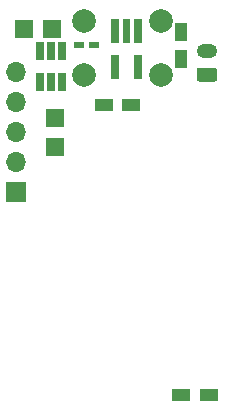
<source format=gbr>
G04 #@! TF.GenerationSoftware,KiCad,Pcbnew,(5.1.9)-1*
G04 #@! TF.CreationDate,2021-03-01T14:20:39+01:00*
G04 #@! TF.ProjectId,button_timer_v1.2.1_lipo,62757474-6f6e-45f7-9469-6d65725f7631,rev?*
G04 #@! TF.SameCoordinates,Original*
G04 #@! TF.FileFunction,Soldermask,Bot*
G04 #@! TF.FilePolarity,Negative*
%FSLAX46Y46*%
G04 Gerber Fmt 4.6, Leading zero omitted, Abs format (unit mm)*
G04 Created by KiCad (PCBNEW (5.1.9)-1) date 2021-03-01 14:20:39*
%MOMM*%
%LPD*%
G01*
G04 APERTURE LIST*
%ADD10R,0.650000X2.000000*%
%ADD11C,0.150000*%
%ADD12R,0.650000X1.500000*%
%ADD13R,1.100000X1.500000*%
%ADD14R,1.500000X1.100000*%
%ADD15R,1.500000X1.500000*%
%ADD16R,0.900000X0.620000*%
%ADD17O,1.700000X1.700000*%
%ADD18R,1.700000X1.700000*%
%ADD19C,2.000000*%
%ADD20O,1.750000X1.200000*%
G04 APERTURE END LIST*
D10*
G04 #@! TO.C,U2*
X125650000Y-65850000D03*
X127550000Y-65850000D03*
X127550000Y-62800000D03*
D11*
G36*
X126275000Y-61800000D02*
G01*
X126925000Y-61800000D01*
X126925000Y-63800000D01*
X126275000Y-63800000D01*
X126275000Y-61800000D01*
G37*
D10*
X125650000Y-62800000D03*
G04 #@! TD*
D12*
G04 #@! TO.C,U3*
X120200000Y-67100000D03*
X119250000Y-67100000D03*
X121150000Y-67100000D03*
X121150000Y-64500000D03*
X120200000Y-64500000D03*
X119250000Y-64500000D03*
G04 #@! TD*
D13*
G04 #@! TO.C,C1*
X131200000Y-65150000D03*
X131200000Y-62850000D03*
G04 #@! TD*
D14*
G04 #@! TO.C,C3*
X127000000Y-69100000D03*
X124700000Y-69100000D03*
G04 #@! TD*
G04 #@! TO.C,C2*
X133534800Y-93599000D03*
X131234800Y-93599000D03*
G04 #@! TD*
D15*
G04 #@! TO.C,R8*
X120500000Y-70200000D03*
X120500000Y-72600000D03*
G04 #@! TD*
G04 #@! TO.C,R6*
X120300000Y-62600000D03*
X117900000Y-62600000D03*
G04 #@! TD*
D16*
G04 #@! TO.C,C5*
X123840000Y-64008000D03*
X122540000Y-64008000D03*
G04 #@! TD*
D17*
G04 #@! TO.C,J1*
X117200000Y-66240000D03*
X117200000Y-68780000D03*
X117200000Y-71320000D03*
X117200000Y-73860000D03*
D18*
X117200000Y-76400000D03*
G04 #@! TD*
D19*
G04 #@! TO.C,SW1*
X129500000Y-62000000D03*
X129500000Y-66500000D03*
X123000000Y-62000000D03*
X123000000Y-66500000D03*
G04 #@! TD*
D20*
G04 #@! TO.C,BT1*
X133400000Y-64500000D03*
G36*
G01*
X134025001Y-67100000D02*
X132774999Y-67100000D01*
G75*
G02*
X132525000Y-66850001I0J249999D01*
G01*
X132525000Y-66149999D01*
G75*
G02*
X132774999Y-65900000I249999J0D01*
G01*
X134025001Y-65900000D01*
G75*
G02*
X134275000Y-66149999I0J-249999D01*
G01*
X134275000Y-66850001D01*
G75*
G02*
X134025001Y-67100000I-249999J0D01*
G01*
G37*
G04 #@! TD*
M02*

</source>
